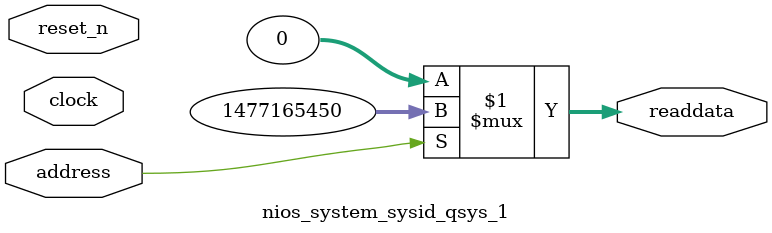
<source format=v>

`timescale 1ns / 1ps
// synthesis translate_on

// turn off superfluous verilog processor warnings 
// altera message_level Level1 
// altera message_off 10034 10035 10036 10037 10230 10240 10030 

module nios_system_sysid_qsys_1 (
               // inputs:
                address,
                clock,
                reset_n,

               // outputs:
                readdata
             )
;

  output  [ 31: 0] readdata;
  input            address;
  input            clock;
  input            reset_n;

  wire    [ 31: 0] readdata;
  //control_slave, which is an e_avalon_slave
  assign readdata = address ? 1477165450 : 0;

endmodule




</source>
